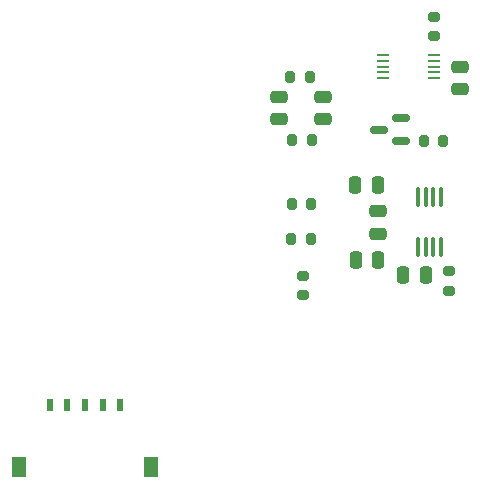
<source format=gbr>
%TF.GenerationSoftware,KiCad,Pcbnew,(6.0.11)*%
%TF.CreationDate,2023-03-22T16:16:08-07:00*%
%TF.ProjectId,solar-panel-side-Z,736f6c61-722d-4706-916e-656c2d736964,3.0*%
%TF.SameCoordinates,Original*%
%TF.FileFunction,Paste,Bot*%
%TF.FilePolarity,Positive*%
%FSLAX46Y46*%
G04 Gerber Fmt 4.6, Leading zero omitted, Abs format (unit mm)*
G04 Created by KiCad (PCBNEW (6.0.11)) date 2023-03-22 16:16:08*
%MOMM*%
%LPD*%
G01*
G04 APERTURE LIST*
G04 Aperture macros list*
%AMRoundRect*
0 Rectangle with rounded corners*
0 $1 Rounding radius*
0 $2 $3 $4 $5 $6 $7 $8 $9 X,Y pos of 4 corners*
0 Add a 4 corners polygon primitive as box body*
4,1,4,$2,$3,$4,$5,$6,$7,$8,$9,$2,$3,0*
0 Add four circle primitives for the rounded corners*
1,1,$1+$1,$2,$3*
1,1,$1+$1,$4,$5*
1,1,$1+$1,$6,$7*
1,1,$1+$1,$8,$9*
0 Add four rect primitives between the rounded corners*
20,1,$1+$1,$2,$3,$4,$5,0*
20,1,$1+$1,$4,$5,$6,$7,0*
20,1,$1+$1,$6,$7,$8,$9,0*
20,1,$1+$1,$8,$9,$2,$3,0*%
G04 Aperture macros list end*
%ADD10R,0.600000X1.000000*%
%ADD11R,1.250000X1.800000*%
%ADD12R,1.100000X0.250000*%
%ADD13RoundRect,0.250000X0.250000X0.475000X-0.250000X0.475000X-0.250000X-0.475000X0.250000X-0.475000X0*%
%ADD14RoundRect,0.250000X-0.250000X-0.475000X0.250000X-0.475000X0.250000X0.475000X-0.250000X0.475000X0*%
%ADD15RoundRect,0.250000X0.475000X-0.250000X0.475000X0.250000X-0.475000X0.250000X-0.475000X-0.250000X0*%
%ADD16RoundRect,0.200000X0.200000X0.275000X-0.200000X0.275000X-0.200000X-0.275000X0.200000X-0.275000X0*%
%ADD17RoundRect,0.200000X-0.275000X0.200000X-0.275000X-0.200000X0.275000X-0.200000X0.275000X0.200000X0*%
%ADD18RoundRect,0.250000X-0.475000X0.250000X-0.475000X-0.250000X0.475000X-0.250000X0.475000X0.250000X0*%
%ADD19RoundRect,0.200000X-0.200000X-0.275000X0.200000X-0.275000X0.200000X0.275000X-0.200000X0.275000X0*%
%ADD20RoundRect,0.100000X-0.100000X0.712500X-0.100000X-0.712500X0.100000X-0.712500X0.100000X0.712500X0*%
%ADD21RoundRect,0.150000X0.587500X0.150000X-0.587500X0.150000X-0.587500X-0.150000X0.587500X-0.150000X0*%
G04 APERTURE END LIST*
D10*
%TO.C,J1*%
X141750000Y-99750000D03*
X140250000Y-99750000D03*
X138750001Y-99750000D03*
X137249999Y-99750000D03*
X135749999Y-99750000D03*
D11*
X144354999Y-104940000D03*
X133145001Y-104940000D03*
%TD*%
D12*
%TO.C,U5*%
X168300000Y-70060000D03*
X168300000Y-70560000D03*
X168300000Y-71060000D03*
X168300000Y-71560000D03*
X168300000Y-72060000D03*
X164000000Y-72060000D03*
X164000000Y-71560000D03*
X164000000Y-71060000D03*
X164000000Y-70560000D03*
X164000000Y-70060000D03*
%TD*%
D13*
%TO.C,C6*%
X163560000Y-87420000D03*
X161660000Y-87420000D03*
%TD*%
D14*
%TO.C,C5*%
X161640000Y-81120000D03*
X163540000Y-81120000D03*
%TD*%
D15*
%TO.C,C7*%
X163560000Y-85220000D03*
X163560000Y-83320000D03*
%TD*%
D13*
%TO.C,C4*%
X167580000Y-88720000D03*
X165680000Y-88720000D03*
%TD*%
D15*
%TO.C,C8*%
X170530000Y-72960000D03*
X170530000Y-71060000D03*
%TD*%
D16*
%TO.C,FB1*%
X157960000Y-77250000D03*
X156310000Y-77250000D03*
%TD*%
D17*
%TO.C,R2*%
X157210000Y-88780000D03*
X157210000Y-90430000D03*
%TD*%
D18*
%TO.C,C9*%
X155200000Y-73620000D03*
X155200000Y-75520000D03*
%TD*%
D17*
%TO.C,FB3*%
X169540000Y-88410000D03*
X169540000Y-90060000D03*
%TD*%
D15*
%TO.C,C10*%
X158890000Y-75500000D03*
X158890000Y-73600000D03*
%TD*%
D19*
%TO.C,R5*%
X167430000Y-77350000D03*
X169080000Y-77350000D03*
%TD*%
%TO.C,R3*%
X156240000Y-82660000D03*
X157890000Y-82660000D03*
%TD*%
D16*
%TO.C,FB2*%
X157790000Y-71950000D03*
X156140000Y-71950000D03*
%TD*%
D20*
%TO.C,U4*%
X166930000Y-82115000D03*
X167580000Y-82115000D03*
X168230000Y-82115000D03*
X168880000Y-82115000D03*
X168880000Y-86340000D03*
X168230000Y-86340000D03*
X167580000Y-86340000D03*
X166930000Y-86340000D03*
%TD*%
D17*
%TO.C,R6*%
X168300000Y-66830000D03*
X168300000Y-68480000D03*
%TD*%
D21*
%TO.C,U6*%
X165530000Y-75440000D03*
X165530000Y-77340000D03*
X163655000Y-76390000D03*
%TD*%
D16*
%TO.C,R4*%
X157860000Y-85690000D03*
X156210000Y-85690000D03*
%TD*%
M02*

</source>
